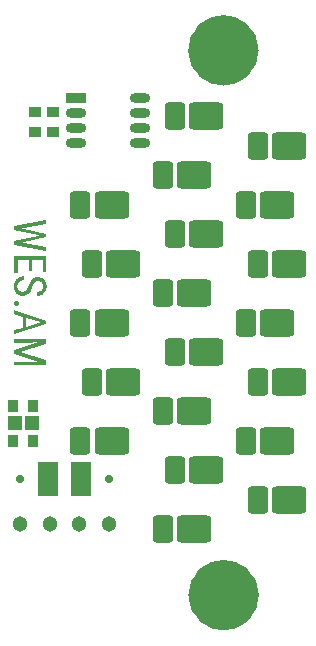
<source format=gts>
G04 Layer_Color=8388736*
%FSLAX25Y25*%
%MOIN*%
G70*
G01*
G75*
%ADD26C,0.11811*%
G04:AMPARAMS|DCode=27|XSize=69.02mil|YSize=90.68mil|CornerRadius=11.63mil|HoleSize=0mil|Usage=FLASHONLY|Rotation=0.000|XOffset=0mil|YOffset=0mil|HoleType=Round|Shape=RoundedRectangle|*
%AMROUNDEDRECTD27*
21,1,0.06902,0.06742,0,0,0.0*
21,1,0.04577,0.09068,0,0,0.0*
1,1,0.02326,0.02288,-0.03371*
1,1,0.02326,-0.02288,-0.03371*
1,1,0.02326,-0.02288,0.03371*
1,1,0.02326,0.02288,0.03371*
%
%ADD27ROUNDEDRECTD27*%
G04:AMPARAMS|DCode=28|XSize=116.27mil|YSize=90.68mil|CornerRadius=14.34mil|HoleSize=0mil|Usage=FLASHONLY|Rotation=180.000|XOffset=0mil|YOffset=0mil|HoleType=Round|Shape=RoundedRectangle|*
%AMROUNDEDRECTD28*
21,1,0.11627,0.06201,0,0,180.0*
21,1,0.08760,0.09068,0,0,180.0*
1,1,0.02867,-0.04380,0.03100*
1,1,0.02867,0.04380,0.03100*
1,1,0.02867,0.04380,-0.03100*
1,1,0.02867,-0.04380,-0.03100*
%
%ADD28ROUNDEDRECTD28*%
%ADD29R,0.04737X0.04737*%
%ADD30R,0.07099X0.11430*%
%ADD31R,0.06800X0.03200*%
%ADD32O,0.06800X0.03200*%
%ADD33R,0.04343X0.03556*%
%ADD34R,0.03556X0.04343*%
%ADD35C,0.05131*%
%ADD36C,0.02769*%
G36*
X17492Y131546D02*
X10223Y130229D01*
X9042Y130094D01*
X10088Y129873D01*
X17492Y128175D01*
Y127068D01*
X10088Y125420D01*
X9005Y125211D01*
X10235Y125051D01*
X17492Y123760D01*
Y122431D01*
X6890Y124535D01*
Y125740D01*
X14614Y127511D01*
X15242Y127622D01*
X14614Y127733D01*
X6890Y129565D01*
Y130771D01*
X17492Y132874D01*
Y131546D01*
D02*
G37*
G36*
Y115260D02*
X16349D01*
Y119553D01*
X12929D01*
Y115802D01*
X11785D01*
Y119553D01*
X8034D01*
Y115187D01*
X6890D01*
Y120894D01*
X17492D01*
Y115260D01*
D02*
G37*
G36*
X9952Y112665D02*
X9854D01*
X9793Y112653D01*
X9707D01*
X9608Y112641D01*
X9399Y112591D01*
X9153Y112530D01*
X8895Y112431D01*
X8649Y112296D01*
X8538Y112222D01*
X8427Y112124D01*
Y112112D01*
X8403Y112099D01*
X8378Y112062D01*
X8341Y112025D01*
X8255Y111902D01*
X8157Y111730D01*
X8058Y111509D01*
X7972Y111263D01*
X7911Y110955D01*
X7898Y110795D01*
X7886Y110623D01*
Y110611D01*
Y110586D01*
Y110537D01*
X7898Y110476D01*
Y110402D01*
X7911Y110316D01*
X7948Y110119D01*
X7997Y109910D01*
X8071Y109688D01*
X8181Y109479D01*
X8329Y109295D01*
X8354Y109270D01*
X8415Y109221D01*
X8513Y109160D01*
X8649Y109073D01*
X8833Y108987D01*
X9042Y108926D01*
X9288Y108877D01*
X9559Y108852D01*
X9633D01*
X9694Y108864D01*
X9830Y108877D01*
X10014Y108901D01*
X10211Y108963D01*
X10408Y109037D01*
X10604Y109135D01*
X10777Y109283D01*
X10801Y109307D01*
X10850Y109369D01*
X10887Y109418D01*
X10937Y109479D01*
X10986Y109553D01*
X11047Y109639D01*
X11096Y109738D01*
X11170Y109848D01*
X11232Y109971D01*
X11305Y110119D01*
X11379Y110279D01*
X11453Y110439D01*
X11527Y110636D01*
X11601Y110832D01*
Y110845D01*
X11625Y110882D01*
X11638Y110943D01*
X11675Y111017D01*
X11711Y111115D01*
X11748Y111214D01*
X11859Y111472D01*
X11982Y111743D01*
X12130Y112025D01*
X12277Y112308D01*
X12437Y112554D01*
Y112567D01*
X12462Y112579D01*
X12511Y112653D01*
X12609Y112751D01*
X12732Y112887D01*
X12880Y113034D01*
X13052Y113182D01*
X13237Y113317D01*
X13446Y113440D01*
X13458D01*
X13470Y113452D01*
X13544Y113489D01*
X13667Y113538D01*
X13815Y113588D01*
X14011Y113637D01*
X14233Y113686D01*
X14479Y113723D01*
X14737Y113735D01*
X14860D01*
X14946Y113723D01*
X15057Y113711D01*
X15180Y113686D01*
X15315Y113661D01*
X15475Y113625D01*
X15807Y113526D01*
X15980Y113465D01*
X16152Y113379D01*
X16324Y113280D01*
X16496Y113169D01*
X16656Y113046D01*
X16816Y112899D01*
X16828Y112887D01*
X16853Y112862D01*
X16890Y112813D01*
X16951Y112739D01*
X17013Y112665D01*
X17074Y112554D01*
X17148Y112444D01*
X17234Y112308D01*
X17308Y112148D01*
X17382Y111989D01*
X17443Y111804D01*
X17517Y111607D01*
X17566Y111398D01*
X17603Y111177D01*
X17628Y110931D01*
X17640Y110685D01*
Y110672D01*
Y110648D01*
Y110599D01*
Y110525D01*
X17628Y110451D01*
X17615Y110353D01*
X17591Y110131D01*
X17542Y109873D01*
X17468Y109590D01*
X17357Y109307D01*
X17222Y109024D01*
Y109012D01*
X17197Y108987D01*
X17173Y108950D01*
X17148Y108901D01*
X17050Y108778D01*
X16914Y108606D01*
X16754Y108434D01*
X16558Y108249D01*
X16324Y108065D01*
X16053Y107905D01*
X16041D01*
X16016Y107893D01*
X15980Y107868D01*
X15930Y107843D01*
X15856Y107819D01*
X15770Y107782D01*
X15574Y107708D01*
X15328Y107634D01*
X15057Y107573D01*
X14750Y107524D01*
X14430Y107511D01*
Y108852D01*
X14528D01*
X14590Y108864D01*
X14676D01*
X14774Y108877D01*
X14996Y108914D01*
X15229Y108963D01*
X15487Y109049D01*
X15733Y109172D01*
X15955Y109332D01*
X15967D01*
X15980Y109356D01*
X16041Y109418D01*
X16127Y109529D01*
X16226Y109676D01*
X16324Y109873D01*
X16410Y110094D01*
X16472Y110377D01*
X16496Y110525D01*
Y110685D01*
Y110697D01*
Y110722D01*
Y110759D01*
X16484Y110820D01*
X16472Y110968D01*
X16435Y111140D01*
X16385Y111349D01*
X16299Y111558D01*
X16189Y111755D01*
X16041Y111939D01*
X16016Y111964D01*
X15955Y112013D01*
X15856Y112075D01*
X15709Y112161D01*
X15524Y112247D01*
X15315Y112308D01*
X15057Y112358D01*
X14762Y112382D01*
X14700D01*
X14651Y112370D01*
X14528Y112358D01*
X14368Y112321D01*
X14196Y112259D01*
X14011Y112185D01*
X13827Y112062D01*
X13643Y111902D01*
X13618Y111878D01*
X13569Y111816D01*
X13483Y111693D01*
X13372Y111533D01*
X13249Y111324D01*
X13114Y111066D01*
X12966Y110771D01*
X12904Y110599D01*
X12831Y110414D01*
Y110402D01*
X12806Y110340D01*
X12781Y110267D01*
X12745Y110156D01*
X12683Y110033D01*
X12622Y109885D01*
X12560Y109725D01*
X12474Y109553D01*
X12290Y109184D01*
X12068Y108815D01*
X11957Y108631D01*
X11822Y108471D01*
X11687Y108311D01*
X11552Y108176D01*
X11539Y108163D01*
X11515Y108151D01*
X11478Y108114D01*
X11416Y108065D01*
X11342Y108016D01*
X11244Y107966D01*
X11146Y107905D01*
X11023Y107831D01*
X10887Y107770D01*
X10740Y107708D01*
X10580Y107659D01*
X10395Y107610D01*
X10211Y107561D01*
X10014Y107524D01*
X9793Y107511D01*
X9571Y107499D01*
X9448D01*
X9362Y107511D01*
X9251Y107524D01*
X9128Y107548D01*
X8981Y107573D01*
X8833Y107610D01*
X8673Y107647D01*
X8513Y107708D01*
X8341Y107770D01*
X8169Y107856D01*
X7997Y107954D01*
X7825Y108065D01*
X7665Y108200D01*
X7517Y108348D01*
X7505Y108360D01*
X7480Y108385D01*
X7443Y108434D01*
X7394Y108495D01*
X7333Y108581D01*
X7271Y108692D01*
X7197Y108803D01*
X7136Y108950D01*
X7062Y109098D01*
X6988Y109270D01*
X6927Y109455D01*
X6865Y109664D01*
X6816Y109873D01*
X6779Y110107D01*
X6754Y110365D01*
X6742Y110623D01*
Y110636D01*
Y110660D01*
Y110709D01*
X6754Y110783D01*
Y110857D01*
X6767Y110955D01*
X6779Y111066D01*
X6791Y111177D01*
X6841Y111447D01*
X6914Y111730D01*
X7000Y112038D01*
X7136Y112333D01*
Y112345D01*
X7160Y112370D01*
X7173Y112407D01*
X7210Y112456D01*
X7308Y112604D01*
X7431Y112776D01*
X7591Y112973D01*
X7788Y113182D01*
X8009Y113379D01*
X8267Y113563D01*
X8280D01*
X8304Y113588D01*
X8341Y113600D01*
X8403Y113637D01*
X8464Y113661D01*
X8550Y113698D01*
X8649Y113748D01*
X8759Y113784D01*
X9005Y113871D01*
X9288Y113932D01*
X9608Y113981D01*
X9952Y114006D01*
Y112665D01*
D02*
G37*
G36*
X7702Y105826D02*
X7788Y105814D01*
X7874Y105789D01*
X7984Y105753D01*
X8083Y105703D01*
X8169Y105630D01*
X8181Y105617D01*
X8206Y105593D01*
X8243Y105543D01*
X8292Y105470D01*
X8329Y105384D01*
X8366Y105285D01*
X8390Y105162D01*
X8403Y105015D01*
Y104990D01*
Y104941D01*
X8390Y104867D01*
X8378Y104781D01*
X8341Y104682D01*
X8304Y104572D01*
X8243Y104473D01*
X8169Y104387D01*
X8157Y104375D01*
X8132Y104350D01*
X8071Y104313D01*
X8009Y104277D01*
X7923Y104240D01*
X7825Y104203D01*
X7702Y104178D01*
X7579Y104166D01*
X7529D01*
X7468Y104178D01*
X7382Y104190D01*
X7296Y104215D01*
X7210Y104264D01*
X7111Y104313D01*
X7025Y104387D01*
X7013Y104400D01*
X6988Y104424D01*
X6951Y104473D01*
X6914Y104547D01*
X6877Y104633D01*
X6841Y104744D01*
X6816Y104867D01*
X6804Y105015D01*
Y105027D01*
Y105076D01*
X6816Y105150D01*
X6828Y105248D01*
X6853Y105347D01*
X6902Y105445D01*
X6951Y105543D01*
X7025Y105630D01*
X7037Y105642D01*
X7062Y105666D01*
X7111Y105691D01*
X7173Y105728D01*
X7259Y105777D01*
X7357Y105802D01*
X7456Y105826D01*
X7579Y105839D01*
X7640D01*
X7702Y105826D01*
D02*
G37*
G36*
X17492Y99234D02*
Y98090D01*
X6890Y94670D01*
Y96035D01*
X9670Y96872D01*
Y100463D01*
X6890Y101288D01*
Y102653D01*
X17492Y99234D01*
D02*
G37*
G36*
Y91509D02*
X8833Y88742D01*
X17492Y85974D01*
Y84252D01*
X6890D01*
Y85580D01*
X11010D01*
X15143Y85457D01*
X6890Y88237D01*
Y89258D01*
X15119Y92013D01*
X11010Y91890D01*
X6890D01*
Y93231D01*
X17492D01*
Y91509D01*
D02*
G37*
%LPC*%
G36*
X10813Y100107D02*
Y97216D01*
X15623Y98668D01*
X10813Y100107D01*
D02*
G37*
%LPD*%
D26*
X82535Y7693D02*
G03*
X82535Y7693I-5906J0D01*
G01*
X82465Y189299D02*
G03*
X82465Y189299I-5906J0D01*
G01*
D27*
X87949Y157560D02*
D03*
X84012Y137875D02*
D03*
X87949Y118190D02*
D03*
X84012Y98505D02*
D03*
X87949Y78820D02*
D03*
X84012Y59135D02*
D03*
X87949Y39450D02*
D03*
X28894Y59135D02*
D03*
Y98505D02*
D03*
Y137875D02*
D03*
X60390Y167403D02*
D03*
X56453Y147718D02*
D03*
X60390Y128033D02*
D03*
X56453Y108348D02*
D03*
X60390Y88663D02*
D03*
X56453Y68978D02*
D03*
X60390Y49293D02*
D03*
X56453Y29608D02*
D03*
X32831Y78820D02*
D03*
Y118190D02*
D03*
D28*
X98382Y157560D02*
D03*
X94445Y137875D02*
D03*
X98382Y118190D02*
D03*
X94445Y98505D02*
D03*
X98382Y78820D02*
D03*
X94445Y59135D02*
D03*
X98382Y39450D02*
D03*
X39327Y59135D02*
D03*
Y98505D02*
D03*
Y137875D02*
D03*
X70823Y167403D02*
D03*
X66886Y147718D02*
D03*
X70823Y128033D02*
D03*
X66886Y108348D02*
D03*
X70823Y88663D02*
D03*
X66886Y68978D02*
D03*
X70823Y49293D02*
D03*
X66886Y29608D02*
D03*
X43264Y78820D02*
D03*
Y118190D02*
D03*
D29*
X12705Y64961D02*
D03*
X6980D02*
D03*
D30*
X29134Y46260D02*
D03*
X18110D02*
D03*
D31*
X27417Y173309D02*
D03*
D32*
Y168308D02*
D03*
Y163309D02*
D03*
Y158308D02*
D03*
X48917Y173309D02*
D03*
Y168308D02*
D03*
Y163309D02*
D03*
Y158308D02*
D03*
D33*
X13780Y162098D02*
D03*
Y168610D02*
D03*
X19685Y162098D02*
D03*
Y168610D02*
D03*
D34*
X6587Y70866D02*
D03*
X13098D02*
D03*
X6445Y59135D02*
D03*
X12957D02*
D03*
D35*
X8858Y31496D02*
D03*
X18701D02*
D03*
X28543D02*
D03*
X38386D02*
D03*
D36*
Y46260D02*
D03*
X8858D02*
D03*
M02*

</source>
